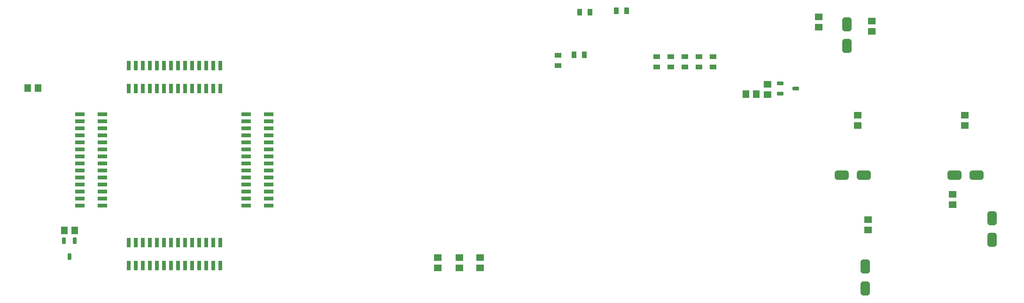
<source format=gbp>
G04*
G04 #@! TF.GenerationSoftware,Altium Limited,Altium Designer,23.9.2 (47)*
G04*
G04 Layer_Color=128*
%FSLAX44Y44*%
%MOMM*%
G71*
G04*
G04 #@! TF.SameCoordinates,0A8FFEF0-E834-48F0-B5A2-7BC1ECB969A7*
G04*
G04*
G04 #@! TF.FilePolarity,Positive*
G04*
G01*
G75*
G04:AMPARAMS|DCode=13|XSize=0.65mm|YSize=1.25mm|CornerRadius=0.1625mm|HoleSize=0mm|Usage=FLASHONLY|Rotation=90.000|XOffset=0mm|YOffset=0mm|HoleType=Round|Shape=RoundedRectangle|*
%AMROUNDEDRECTD13*
21,1,0.6500,0.9250,0,0,90.0*
21,1,0.3250,1.2500,0,0,90.0*
1,1,0.3250,0.4625,0.1625*
1,1,0.3250,0.4625,-0.1625*
1,1,0.3250,-0.4625,-0.1625*
1,1,0.3250,-0.4625,0.1625*
%
%ADD13ROUNDEDRECTD13*%
%ADD14R,1.3500X1.1500*%
%ADD15R,1.1500X1.3500*%
%ADD40R,1.3000X0.9000*%
%ADD41R,1.7000X0.7400*%
%ADD42R,0.7400X1.7000*%
G04:AMPARAMS|DCode=43|XSize=1.7mm|YSize=2.5mm|CornerRadius=0.425mm|HoleSize=0mm|Usage=FLASHONLY|Rotation=180.000|XOffset=0mm|YOffset=0mm|HoleType=Round|Shape=RoundedRectangle|*
%AMROUNDEDRECTD43*
21,1,1.7000,1.6500,0,0,180.0*
21,1,0.8500,2.5000,0,0,180.0*
1,1,0.8500,-0.4250,0.8250*
1,1,0.8500,0.4250,0.8250*
1,1,0.8500,0.4250,-0.8250*
1,1,0.8500,-0.4250,-0.8250*
%
%ADD43ROUNDEDRECTD43*%
G04:AMPARAMS|DCode=44|XSize=0.65mm|YSize=1.25mm|CornerRadius=0.1625mm|HoleSize=0mm|Usage=FLASHONLY|Rotation=180.000|XOffset=0mm|YOffset=0mm|HoleType=Round|Shape=RoundedRectangle|*
%AMROUNDEDRECTD44*
21,1,0.6500,0.9250,0,0,180.0*
21,1,0.3250,1.2500,0,0,180.0*
1,1,0.3250,-0.1625,0.4625*
1,1,0.3250,0.1625,0.4625*
1,1,0.3250,0.1625,-0.4625*
1,1,0.3250,-0.1625,-0.4625*
%
%ADD44ROUNDEDRECTD44*%
%ADD45R,0.9000X1.3000*%
G04:AMPARAMS|DCode=46|XSize=1.7mm|YSize=2.5mm|CornerRadius=0.425mm|HoleSize=0mm|Usage=FLASHONLY|Rotation=270.000|XOffset=0mm|YOffset=0mm|HoleType=Round|Shape=RoundedRectangle|*
%AMROUNDEDRECTD46*
21,1,1.7000,1.6500,0,0,270.0*
21,1,0.8500,2.5000,0,0,270.0*
1,1,0.8500,-0.8250,-0.4250*
1,1,0.8500,-0.8250,0.4250*
1,1,0.8500,0.8250,0.4250*
1,1,0.8500,0.8250,-0.4250*
%
%ADD46ROUNDEDRECTD46*%
D13*
X1520310Y429260D02*
D03*
X1491810Y438760D02*
D03*
Y419760D02*
D03*
D14*
X1803240Y237850D02*
D03*
Y219350D02*
D03*
X1561940Y540660D02*
D03*
Y559160D02*
D03*
X1631790Y381360D02*
D03*
Y362860D02*
D03*
X1824830Y381360D02*
D03*
Y362860D02*
D03*
X1657190Y551540D02*
D03*
Y533040D02*
D03*
X1650840Y173630D02*
D03*
Y192130D02*
D03*
X950750Y123550D02*
D03*
Y105050D02*
D03*
X1469390Y437240D02*
D03*
Y418740D02*
D03*
X913920Y123550D02*
D03*
Y105050D02*
D03*
X874550Y123550D02*
D03*
Y105050D02*
D03*
D15*
X1448590Y419100D02*
D03*
X1430090D02*
D03*
X220070Y172720D02*
D03*
X201570D02*
D03*
X154030Y430530D02*
D03*
X135530D02*
D03*
D40*
X1269520Y487020D02*
D03*
Y468020D02*
D03*
X1294920Y487020D02*
D03*
Y468020D02*
D03*
X1320320Y487020D02*
D03*
Y468020D02*
D03*
X1345720Y487020D02*
D03*
Y468020D02*
D03*
X1371120Y487020D02*
D03*
Y468020D02*
D03*
X1091720Y470560D02*
D03*
Y489560D02*
D03*
D41*
X570500Y382550D02*
D03*
Y369850D02*
D03*
Y357150D02*
D03*
Y344450D02*
D03*
Y331750D02*
D03*
X529500Y382550D02*
D03*
Y369850D02*
D03*
Y357150D02*
D03*
Y344450D02*
D03*
Y331750D02*
D03*
X570500Y280950D02*
D03*
Y268250D02*
D03*
X529500Y280950D02*
D03*
Y268250D02*
D03*
X570500Y242850D02*
D03*
Y230150D02*
D03*
X529500Y242850D02*
D03*
Y230150D02*
D03*
Y217450D02*
D03*
X570500D02*
D03*
X529500Y255550D02*
D03*
X570500D02*
D03*
X529500Y293650D02*
D03*
X570500D02*
D03*
X529500Y306350D02*
D03*
Y319050D02*
D03*
X570500Y306350D02*
D03*
Y319050D02*
D03*
X270500Y382550D02*
D03*
Y369850D02*
D03*
Y357150D02*
D03*
Y344450D02*
D03*
Y331750D02*
D03*
X229500Y382550D02*
D03*
Y369850D02*
D03*
Y357150D02*
D03*
Y344450D02*
D03*
Y331750D02*
D03*
X270500Y280950D02*
D03*
Y268250D02*
D03*
X229500Y280950D02*
D03*
Y268250D02*
D03*
X270500Y242850D02*
D03*
Y230150D02*
D03*
X229500Y242850D02*
D03*
Y230150D02*
D03*
Y217450D02*
D03*
X270500D02*
D03*
X229500Y255550D02*
D03*
X270500D02*
D03*
X229500Y293650D02*
D03*
X270500D02*
D03*
X229500Y306350D02*
D03*
Y319050D02*
D03*
X270500Y306350D02*
D03*
Y319050D02*
D03*
D42*
X317450Y150500D02*
D03*
X330150D02*
D03*
X342850D02*
D03*
X355550D02*
D03*
X368250D02*
D03*
X317450Y109500D02*
D03*
X330150D02*
D03*
X342850D02*
D03*
X355550D02*
D03*
X368250D02*
D03*
X419050Y150500D02*
D03*
X431750D02*
D03*
X419050Y109500D02*
D03*
X431750D02*
D03*
X457150Y150500D02*
D03*
X469850D02*
D03*
X457150Y109500D02*
D03*
X469850D02*
D03*
X482550D02*
D03*
Y150500D02*
D03*
X444450Y109500D02*
D03*
Y150500D02*
D03*
X406350Y109500D02*
D03*
Y150500D02*
D03*
X393650Y109500D02*
D03*
X380950D02*
D03*
X393650Y150500D02*
D03*
X380950D02*
D03*
Y470500D02*
D03*
X393650D02*
D03*
X380950Y429500D02*
D03*
X393650D02*
D03*
X406350Y470500D02*
D03*
Y429500D02*
D03*
X444450Y470500D02*
D03*
Y429500D02*
D03*
X482550Y470500D02*
D03*
Y429500D02*
D03*
X469850D02*
D03*
X457150D02*
D03*
X469850Y470500D02*
D03*
X457150D02*
D03*
X431750Y429500D02*
D03*
X419050D02*
D03*
X431750Y470500D02*
D03*
X419050D02*
D03*
X368250Y429500D02*
D03*
X355550D02*
D03*
X342850D02*
D03*
X330150D02*
D03*
X317450D02*
D03*
X368250Y470500D02*
D03*
X355550D02*
D03*
X342850D02*
D03*
X330150D02*
D03*
X317450D02*
D03*
D43*
X1874360Y195010D02*
D03*
Y155510D02*
D03*
X1645760Y107380D02*
D03*
Y67880D02*
D03*
X1612740Y545530D02*
D03*
Y506030D02*
D03*
D44*
X201320Y153950D02*
D03*
X220320D02*
D03*
X210820Y125450D02*
D03*
D45*
X1139320Y490220D02*
D03*
X1120320D02*
D03*
X1196520Y570230D02*
D03*
X1215520D02*
D03*
X1149480Y567690D02*
D03*
X1130480D02*
D03*
D46*
X1642650Y273050D02*
D03*
X1603150D02*
D03*
X1845850D02*
D03*
X1806350D02*
D03*
M02*

</source>
